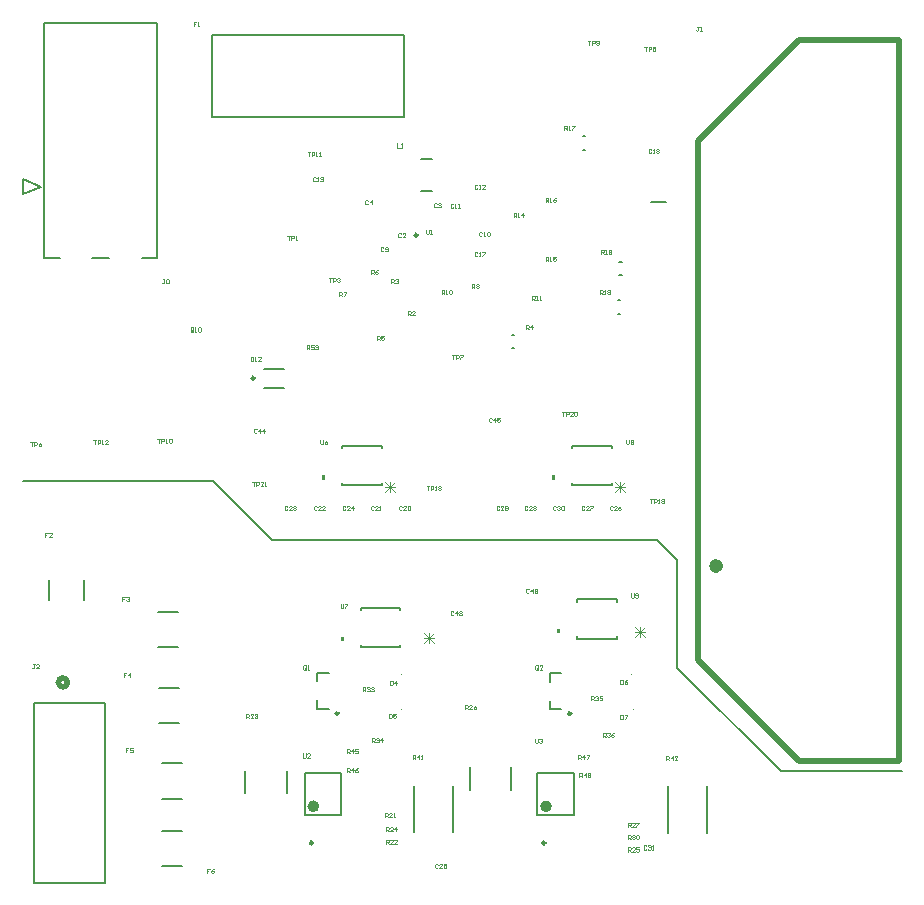
<source format=gto>
G04*
G04 #@! TF.GenerationSoftware,Altium Limited,Altium Designer,20.2.6 (244)*
G04*
G04 Layer_Color=65535*
%FSLAX43Y43*%
%MOMM*%
G71*
G04*
G04 #@! TF.SameCoordinates,3580E7C3-C250-4552-B6DC-246D25037568*
G04*
G04*
G04 #@! TF.FilePolarity,Positive*
G04*
G01*
G75*
%ADD10C,0.500*%
%ADD11C,0.250*%
%ADD12C,0.600*%
%ADD13C,0.254*%
%ADD14C,0.100*%
%ADD15C,0.508*%
%ADD16C,0.152*%
%ADD17C,0.200*%
%ADD18C,0.127*%
%ADD19C,0.050*%
%ADD20C,0.076*%
G36*
X27469Y21409D02*
X27215D01*
Y21790D01*
X27469D01*
Y21409D01*
D02*
G37*
G36*
X25869Y35109D02*
X25615D01*
Y35490D01*
X25869D01*
Y35109D01*
D02*
G37*
G36*
X45769Y22109D02*
X45515D01*
Y22490D01*
X45769D01*
Y22109D01*
D02*
G37*
G36*
X45369Y35109D02*
X45115D01*
Y35490D01*
X45369D01*
Y35109D01*
D02*
G37*
D10*
X44850Y7450D02*
G03*
X44850Y7450I-250J0D01*
G01*
X25154D02*
G03*
X25154Y7450I-250J0D01*
G01*
X74500Y11300D02*
Y72300D01*
X57500Y19800D02*
X66000Y11300D01*
X74500D01*
X57500Y19800D02*
Y63800D01*
X66000Y72300D01*
X74500D01*
D11*
X44550Y4350D02*
G03*
X44550Y4350I-125J0D01*
G01*
X24854D02*
G03*
X24854Y4350I-125J0D01*
G01*
X19925Y43700D02*
G03*
X19925Y43700I-125J0D01*
G01*
X46725Y15300D02*
G03*
X46725Y15300I-125J0D01*
G01*
X27029Y15325D02*
G03*
X27029Y15325I-125J0D01*
G01*
D12*
X59300Y27800D02*
G03*
X59300Y27800I-300J0D01*
G01*
D13*
X33727Y55800D02*
G03*
X33727Y55800I-127J0D01*
G01*
D14*
X51900Y18650D02*
G03*
X51900Y18650I-50J0D01*
G01*
X52000Y15650D02*
G03*
X52000Y15650I-50J0D01*
G01*
X32400Y18650D02*
G03*
X32400Y18650I-50J0D01*
G01*
Y15650D02*
G03*
X32400Y15650I-50J0D01*
G01*
D15*
X4081Y17936D02*
G03*
X4081Y17936I-381J0D01*
G01*
D16*
X16325Y65809D02*
Y72794D01*
X32581Y65809D02*
Y72794D01*
X16325Y65809D02*
X32581D01*
X16325Y72794D02*
X32581D01*
X32276Y24073D02*
Y24276D01*
Y20924D02*
Y21127D01*
X28924Y20924D02*
X32276D01*
X28924Y24073D02*
Y24276D01*
X32276D01*
X28924Y20924D02*
Y21127D01*
X50576Y24773D02*
Y24976D01*
Y21624D02*
Y21827D01*
X47224Y21624D02*
X50576D01*
X47224Y24773D02*
Y24976D01*
X50576D01*
X47224Y21624D02*
Y21827D01*
X30676Y37773D02*
Y37976D01*
Y34624D02*
Y34827D01*
X27324Y34624D02*
X30676D01*
X27324Y37773D02*
Y37976D01*
X30676D01*
X27324Y34624D02*
Y34827D01*
X50176Y37773D02*
Y37976D01*
Y34624D02*
Y34827D01*
X46824Y34624D02*
X50176D01*
X46824Y37773D02*
Y37976D01*
X50176D01*
X46824Y34624D02*
Y34827D01*
X1233Y994D02*
Y16158D01*
Y994D02*
X7227D01*
Y16158D01*
X1233D02*
X7227D01*
D17*
X43850Y6700D02*
X46950D01*
Y10300D01*
X43850D02*
X46950D01*
X43850Y6700D02*
Y10300D01*
X24154Y6700D02*
X27254D01*
Y10300D01*
X24154D02*
X27254D01*
X24154Y6700D02*
Y10300D01*
X20750Y44500D02*
X22450D01*
X20750Y42900D02*
X22450D01*
X47700Y64175D02*
X47900D01*
X47700Y63025D02*
X47900D01*
X12050Y5400D02*
X13750D01*
X12050Y2400D02*
X13750D01*
X19125Y8550D02*
Y10450D01*
X22675Y8550D02*
Y10450D01*
X44900Y18000D02*
Y18700D01*
X45900D01*
X44900Y15700D02*
Y16400D01*
Y15700D02*
X45900D01*
X25204Y18025D02*
Y18725D01*
X26204D01*
X25204Y15725D02*
Y16425D01*
Y15725D02*
X26204D01*
X50800Y52425D02*
X51000D01*
X50800Y53575D02*
X51000D01*
X50700Y50275D02*
X50900D01*
X50700Y49125D02*
X50900D01*
X41700Y47375D02*
X41900D01*
X41700Y46225D02*
X41900D01*
X34050Y62275D02*
X34950D01*
X34050Y59525D02*
X34950D01*
X41675Y8850D02*
Y10750D01*
X38125Y8850D02*
Y10750D01*
X58250Y5194D02*
Y9141D01*
X54950Y5194D02*
Y9141D01*
X33454Y5252D02*
Y9198D01*
X36754Y5252D02*
Y9198D01*
X12050Y8100D02*
X13750D01*
X12050Y11100D02*
X13750D01*
X11750Y23900D02*
X13450D01*
X11750Y20900D02*
X13450D01*
X53450Y58600D02*
X54750D01*
X5500Y24950D02*
Y26650D01*
X2500Y24950D02*
Y26650D01*
X11850Y14500D02*
X13550D01*
X11850Y17500D02*
X13550D01*
D18*
X322Y59265D02*
X1846Y59900D01*
X322Y59265D02*
Y60535D01*
X1846Y59900D01*
X10369Y53865D02*
X11700D01*
Y73800D01*
X2100D02*
X11700D01*
X2100Y53865D02*
Y73800D01*
Y53865D02*
X3431D01*
X6169D02*
X7631D01*
X300Y35000D02*
X16400Y35000D01*
X21400Y30000D01*
X54000D01*
X55700Y28300D01*
Y19200D02*
Y28300D01*
Y19200D02*
X64500Y10400D01*
X74700D01*
D19*
X51533Y5725D02*
Y6075D01*
X51708D01*
X51767Y6017D01*
Y5900D01*
X51708Y5842D01*
X51533D01*
X51650D02*
X51767Y5725D01*
X52117D02*
X51883D01*
X52117Y5958D01*
Y6017D01*
X52058Y6075D01*
X51942D01*
X51883Y6017D01*
X52233Y6075D02*
X52467D01*
Y6017D01*
X52233Y5783D01*
Y5725D01*
X51533Y3621D02*
Y3971D01*
X51708D01*
X51767Y3913D01*
Y3796D01*
X51708Y3738D01*
X51533D01*
X51650D02*
X51767Y3621D01*
X52117D02*
X51883D01*
X52117Y3855D01*
Y3913D01*
X52058Y3971D01*
X51942D01*
X51883Y3913D01*
X52467Y3971D02*
X52233D01*
Y3796D01*
X52350Y3855D01*
X52408D01*
X52467Y3796D01*
Y3680D01*
X52408Y3621D01*
X52292D01*
X52233Y3680D01*
X51533Y4673D02*
Y5023D01*
X51708D01*
X51767Y4965D01*
Y4848D01*
X51708Y4790D01*
X51533D01*
X51650D02*
X51767Y4673D01*
X51883Y4965D02*
X51942Y5023D01*
X52058D01*
X52117Y4965D01*
Y4906D01*
X52058Y4848D01*
X52000D01*
X52058D01*
X52117Y4790D01*
Y4732D01*
X52058Y4673D01*
X51942D01*
X51883Y4732D01*
X52233Y4965D02*
X52292Y5023D01*
X52408D01*
X52467Y4965D01*
Y4732D01*
X52408Y4673D01*
X52292D01*
X52233Y4732D01*
Y4965D01*
X31033Y5325D02*
Y5675D01*
X31208D01*
X31267Y5617D01*
Y5500D01*
X31208Y5442D01*
X31033D01*
X31150D02*
X31267Y5325D01*
X31617D02*
X31383D01*
X31617Y5558D01*
Y5617D01*
X31558Y5675D01*
X31442D01*
X31383Y5617D01*
X31908Y5325D02*
Y5675D01*
X31733Y5500D01*
X31967D01*
X29542Y58717D02*
X29483Y58775D01*
X29367D01*
X29308Y58717D01*
Y58483D01*
X29367Y58425D01*
X29483D01*
X29542Y58483D01*
X29833Y58425D02*
Y58775D01*
X29658Y58600D01*
X29892D01*
X15000Y73879D02*
X14767D01*
Y73704D01*
X14883D01*
X14767D01*
Y73529D01*
X15117D02*
X15233D01*
X15175D01*
Y73879D01*
X15117Y73820D01*
X11688Y38575D02*
X11921D01*
X11804D01*
Y38225D01*
X12038D02*
Y38575D01*
X12213D01*
X12271Y38517D01*
Y38400D01*
X12213Y38342D01*
X12038D01*
X12387Y38225D02*
X12504D01*
X12446D01*
Y38575D01*
X12387Y38517D01*
X12679D02*
X12737Y38575D01*
X12854D01*
X12912Y38517D01*
Y38283D01*
X12854Y38225D01*
X12737D01*
X12679Y38283D01*
Y38517D01*
X24335Y46126D02*
Y46476D01*
X24510D01*
X24568Y46418D01*
Y46301D01*
X24510Y46243D01*
X24335D01*
X24451D02*
X24568Y46126D01*
X24918Y46476D02*
X24685D01*
Y46301D01*
X24801Y46360D01*
X24860D01*
X24918Y46301D01*
Y46185D01*
X24860Y46126D01*
X24743D01*
X24685Y46185D01*
X25035Y46418D02*
X25093Y46476D01*
X25210D01*
X25268Y46418D01*
Y46360D01*
X25210Y46301D01*
X25151D01*
X25210D01*
X25268Y46243D01*
Y46185D01*
X25210Y46126D01*
X25093D01*
X25035Y46185D01*
X14747Y47701D02*
Y47934D01*
X14689Y47993D01*
X14573D01*
X14514Y47934D01*
Y47701D01*
X14573Y47643D01*
X14689D01*
X14631Y47759D02*
X14747Y47643D01*
X14689D02*
X14747Y47701D01*
X14864Y47643D02*
X14981D01*
X14922D01*
Y47993D01*
X14864Y47934D01*
X15156D02*
X15214Y47993D01*
X15331D01*
X15389Y47934D01*
Y47701D01*
X15331Y47643D01*
X15214D01*
X15156Y47701D01*
Y47934D01*
X19587Y45519D02*
Y45169D01*
X19762D01*
X19821Y45227D01*
Y45461D01*
X19762Y45519D01*
X19587D01*
X19937Y45169D02*
X20054D01*
X19996D01*
Y45519D01*
X19937Y45461D01*
X20462Y45169D02*
X20229D01*
X20462Y45402D01*
Y45461D01*
X20404Y45519D01*
X20287D01*
X20229Y45461D01*
X47433Y9925D02*
Y10275D01*
X47608D01*
X47667Y10217D01*
Y10100D01*
X47608Y10042D01*
X47433D01*
X47550D02*
X47667Y9925D01*
X47958D02*
Y10275D01*
X47783Y10100D01*
X48017D01*
X48133Y10217D02*
X48192Y10275D01*
X48308D01*
X48367Y10217D01*
Y10158D01*
X48308Y10100D01*
X48367Y10042D01*
Y9983D01*
X48308Y9925D01*
X48192D01*
X48133Y9983D01*
Y10042D01*
X48192Y10100D01*
X48133Y10158D01*
Y10217D01*
X48192Y10100D02*
X48308D01*
X47333Y11425D02*
Y11775D01*
X47508D01*
X47567Y11717D01*
Y11600D01*
X47508Y11542D01*
X47333D01*
X47450D02*
X47567Y11425D01*
X47858D02*
Y11775D01*
X47683Y11600D01*
X47917D01*
X48033Y11775D02*
X48267D01*
Y11717D01*
X48033Y11483D01*
Y11425D01*
X27733Y10325D02*
Y10675D01*
X27908D01*
X27967Y10617D01*
Y10500D01*
X27908Y10442D01*
X27733D01*
X27850D02*
X27967Y10325D01*
X28258D02*
Y10675D01*
X28083Y10500D01*
X28317D01*
X28667Y10675D02*
X28550Y10617D01*
X28433Y10500D01*
Y10383D01*
X28492Y10325D01*
X28608D01*
X28667Y10383D01*
Y10442D01*
X28608Y10500D01*
X28433D01*
X27733Y11925D02*
Y12275D01*
X27908D01*
X27967Y12217D01*
Y12100D01*
X27908Y12042D01*
X27733D01*
X27850D02*
X27967Y11925D01*
X28258D02*
Y12275D01*
X28083Y12100D01*
X28317D01*
X28667Y12275D02*
X28433D01*
Y12100D01*
X28550Y12158D01*
X28608D01*
X28667Y12100D01*
Y11983D01*
X28608Y11925D01*
X28492D01*
X28433Y11983D01*
X43167Y25817D02*
X43108Y25875D01*
X42992D01*
X42933Y25817D01*
Y25583D01*
X42992Y25525D01*
X43108D01*
X43167Y25583D01*
X43458Y25525D02*
Y25875D01*
X43283Y25700D01*
X43517D01*
X43633Y25583D02*
X43692Y25525D01*
X43808D01*
X43867Y25583D01*
Y25817D01*
X43808Y25875D01*
X43692D01*
X43633Y25817D01*
Y25758D01*
X43692Y25700D01*
X43867D01*
X36767Y23917D02*
X36708Y23975D01*
X36592D01*
X36533Y23917D01*
Y23683D01*
X36592Y23625D01*
X36708D01*
X36767Y23683D01*
X37058Y23625D02*
Y23975D01*
X36883Y23800D01*
X37117D01*
X37233Y23917D02*
X37292Y23975D01*
X37408D01*
X37467Y23917D01*
Y23858D01*
X37408Y23800D01*
X37467Y23742D01*
Y23683D01*
X37408Y23625D01*
X37292D01*
X37233Y23683D01*
Y23742D01*
X37292Y23800D01*
X37233Y23858D01*
Y23917D01*
X37292Y23800D02*
X37408D01*
X34467Y56275D02*
Y55983D01*
X34525Y55925D01*
X34642D01*
X34700Y55983D01*
Y56275D01*
X34817Y55925D02*
X34933D01*
X34875D01*
Y56275D01*
X34817Y56217D01*
X12300Y52075D02*
X12184D01*
X12242D01*
Y51783D01*
X12184Y51725D01*
X12125D01*
X12067Y51783D01*
X12417Y52017D02*
X12475Y52075D01*
X12592D01*
X12650Y52017D01*
Y51783D01*
X12592Y51725D01*
X12475D01*
X12417Y51783D01*
Y52017D01*
X57536Y73451D02*
X57419D01*
X57477D01*
Y73160D01*
X57419Y73101D01*
X57361D01*
X57302Y73160D01*
X57652Y73101D02*
X57769D01*
X57711D01*
Y73451D01*
X57652Y73393D01*
X1300Y19478D02*
X1184D01*
X1242D01*
Y19186D01*
X1184Y19128D01*
X1125D01*
X1067Y19186D01*
X1650Y19128D02*
X1417D01*
X1650Y19361D01*
Y19420D01*
X1592Y19478D01*
X1475D01*
X1417Y19420D01*
X19733Y34925D02*
X19966D01*
X19849D01*
Y34575D01*
X20082D02*
Y34925D01*
X20257D01*
X20316Y34867D01*
Y34750D01*
X20257Y34692D01*
X20082D01*
X20666Y34575D02*
X20432D01*
X20666Y34808D01*
Y34867D01*
X20607Y34925D01*
X20491D01*
X20432Y34867D01*
X20782Y34575D02*
X20899D01*
X20841D01*
Y34925D01*
X20782Y34867D01*
X45959Y40875D02*
X46192D01*
X46075D01*
Y40525D01*
X46308D02*
Y40875D01*
X46483D01*
X46542Y40817D01*
Y40700D01*
X46483Y40642D01*
X46308D01*
X46892Y40525D02*
X46658D01*
X46892Y40758D01*
Y40817D01*
X46833Y40875D01*
X46717D01*
X46658Y40817D01*
X47008D02*
X47067Y40875D01*
X47183D01*
X47241Y40817D01*
Y40583D01*
X47183Y40525D01*
X47067D01*
X47008Y40583D01*
Y40817D01*
X53388Y33475D02*
X53621D01*
X53504D01*
Y33125D01*
X53738D02*
Y33475D01*
X53913D01*
X53971Y33417D01*
Y33300D01*
X53913Y33242D01*
X53738D01*
X54087Y33125D02*
X54204D01*
X54146D01*
Y33475D01*
X54087Y33417D01*
X54379Y33183D02*
X54437Y33125D01*
X54554D01*
X54612Y33183D01*
Y33417D01*
X54554Y33475D01*
X54437D01*
X54379Y33417D01*
Y33358D01*
X54437Y33300D01*
X54612D01*
X34488Y34575D02*
X34721D01*
X34604D01*
Y34225D01*
X34838D02*
Y34575D01*
X35013D01*
X35071Y34517D01*
Y34400D01*
X35013Y34342D01*
X34838D01*
X35187Y34225D02*
X35304D01*
X35246D01*
Y34575D01*
X35187Y34517D01*
X35479D02*
X35537Y34575D01*
X35654D01*
X35712Y34517D01*
Y34458D01*
X35654Y34400D01*
X35712Y34342D01*
Y34283D01*
X35654Y34225D01*
X35537D01*
X35479Y34283D01*
Y34342D01*
X35537Y34400D01*
X35479Y34458D01*
Y34517D01*
X35537Y34400D02*
X35654D01*
X6288Y38475D02*
X6521D01*
X6404D01*
Y38125D01*
X6638D02*
Y38475D01*
X6813D01*
X6871Y38417D01*
Y38300D01*
X6813Y38242D01*
X6638D01*
X6987Y38125D02*
X7104D01*
X7046D01*
Y38475D01*
X6987Y38417D01*
X7512Y38125D02*
X7279D01*
X7512Y38358D01*
Y38417D01*
X7454Y38475D01*
X7337D01*
X7279Y38417D01*
X24408Y62852D02*
X24641D01*
X24525D01*
Y62502D01*
X24758D02*
Y62852D01*
X24933D01*
X24991Y62793D01*
Y62677D01*
X24933Y62618D01*
X24758D01*
X25108Y62502D02*
X25224D01*
X25166D01*
Y62852D01*
X25108Y62793D01*
X25399Y62502D02*
X25516D01*
X25458D01*
Y62852D01*
X25399Y62793D01*
X48133Y72275D02*
X48367D01*
X48250D01*
Y71925D01*
X48483D02*
Y72275D01*
X48658D01*
X48717Y72217D01*
Y72100D01*
X48658Y72042D01*
X48483D01*
X48833Y71983D02*
X48892Y71925D01*
X49008D01*
X49067Y71983D01*
Y72217D01*
X49008Y72275D01*
X48892D01*
X48833Y72217D01*
Y72158D01*
X48892Y72100D01*
X49067D01*
X36633Y45675D02*
X36867D01*
X36750D01*
Y45325D01*
X36983D02*
Y45675D01*
X37158D01*
X37217Y45617D01*
Y45500D01*
X37158Y45442D01*
X36983D01*
X37333Y45675D02*
X37567D01*
Y45617D01*
X37333Y45383D01*
Y45325D01*
X933Y38275D02*
X1167D01*
X1050D01*
Y37925D01*
X1283D02*
Y38275D01*
X1458D01*
X1517Y38217D01*
Y38100D01*
X1458Y38042D01*
X1283D01*
X1867Y38275D02*
X1750Y38217D01*
X1633Y38100D01*
Y37983D01*
X1692Y37925D01*
X1808D01*
X1867Y37983D01*
Y38042D01*
X1808Y38100D01*
X1633D01*
X52933Y71775D02*
X53167D01*
X53050D01*
Y71425D01*
X53283D02*
Y71775D01*
X53458D01*
X53517Y71717D01*
Y71600D01*
X53458Y71542D01*
X53283D01*
X53867Y71775D02*
X53633D01*
Y71600D01*
X53750Y71658D01*
X53808D01*
X53867Y71600D01*
Y71483D01*
X53808Y71425D01*
X53692D01*
X53633Y71483D01*
X26233Y52175D02*
X26467D01*
X26350D01*
Y51825D01*
X26583D02*
Y52175D01*
X26758D01*
X26817Y52117D01*
Y52000D01*
X26758Y51942D01*
X26583D01*
X26933Y52117D02*
X26992Y52175D01*
X27108D01*
X27167Y52117D01*
Y52058D01*
X27108Y52000D01*
X27050D01*
X27108D01*
X27167Y51942D01*
Y51883D01*
X27108Y51825D01*
X26992D01*
X26933Y51883D01*
X22692Y55775D02*
X22925D01*
X22808D01*
Y55425D01*
X23042D02*
Y55775D01*
X23217D01*
X23275Y55717D01*
Y55600D01*
X23217Y55542D01*
X23042D01*
X23392Y55425D02*
X23508D01*
X23450D01*
Y55775D01*
X23392Y55717D01*
X54793Y11350D02*
Y11700D01*
X54968D01*
X55026Y11642D01*
Y11525D01*
X54968Y11467D01*
X54793D01*
X54909D02*
X55026Y11350D01*
X55317D02*
Y11700D01*
X55142Y11525D01*
X55376D01*
X55726Y11350D02*
X55492D01*
X55726Y11583D01*
Y11642D01*
X55667Y11700D01*
X55551D01*
X55492Y11642D01*
X33301Y11423D02*
Y11773D01*
X33476D01*
X33535Y11715D01*
Y11598D01*
X33476Y11540D01*
X33301D01*
X33418D02*
X33535Y11423D01*
X33826D02*
Y11773D01*
X33651Y11598D01*
X33885D01*
X34001Y11423D02*
X34118D01*
X34060D01*
Y11773D01*
X34001Y11715D01*
X49433Y13325D02*
Y13675D01*
X49608D01*
X49667Y13617D01*
Y13500D01*
X49608Y13442D01*
X49433D01*
X49550D02*
X49667Y13325D01*
X49783Y13617D02*
X49842Y13675D01*
X49958D01*
X50017Y13617D01*
Y13558D01*
X49958Y13500D01*
X49900D01*
X49958D01*
X50017Y13442D01*
Y13383D01*
X49958Y13325D01*
X49842D01*
X49783Y13383D01*
X50367Y13675D02*
X50250Y13617D01*
X50133Y13500D01*
Y13383D01*
X50192Y13325D01*
X50308D01*
X50367Y13383D01*
Y13442D01*
X50308Y13500D01*
X50133D01*
X48433Y16425D02*
Y16775D01*
X48608D01*
X48667Y16717D01*
Y16600D01*
X48608Y16542D01*
X48433D01*
X48550D02*
X48667Y16425D01*
X48783Y16717D02*
X48842Y16775D01*
X48958D01*
X49017Y16717D01*
Y16658D01*
X48958Y16600D01*
X48900D01*
X48958D01*
X49017Y16542D01*
Y16483D01*
X48958Y16425D01*
X48842D01*
X48783Y16483D01*
X49367Y16775D02*
X49133D01*
Y16600D01*
X49250Y16658D01*
X49308D01*
X49367Y16600D01*
Y16483D01*
X49308Y16425D01*
X49192D01*
X49133Y16483D01*
X29868Y12872D02*
Y13221D01*
X30042D01*
X30101Y13163D01*
Y13047D01*
X30042Y12988D01*
X29868D01*
X29984D02*
X30101Y12872D01*
X30217Y13163D02*
X30276Y13221D01*
X30392D01*
X30451Y13163D01*
Y13105D01*
X30392Y13047D01*
X30334D01*
X30392D01*
X30451Y12988D01*
Y12930D01*
X30392Y12872D01*
X30276D01*
X30217Y12930D01*
X30742Y12872D02*
Y13221D01*
X30567Y13047D01*
X30801D01*
X29077Y17192D02*
Y17542D01*
X29252D01*
X29310Y17484D01*
Y17367D01*
X29252Y17309D01*
X29077D01*
X29193D02*
X29310Y17192D01*
X29427Y17484D02*
X29485Y17542D01*
X29602D01*
X29660Y17484D01*
Y17426D01*
X29602Y17367D01*
X29543D01*
X29602D01*
X29660Y17309D01*
Y17251D01*
X29602Y17192D01*
X29485D01*
X29427Y17251D01*
X29777Y17484D02*
X29835Y17542D01*
X29952D01*
X30010Y17484D01*
Y17426D01*
X29952Y17367D01*
X29893D01*
X29952D01*
X30010Y17309D01*
Y17251D01*
X29952Y17192D01*
X29835D01*
X29777Y17251D01*
X40006Y40271D02*
X39948Y40329D01*
X39831D01*
X39773Y40271D01*
Y40038D01*
X39831Y39979D01*
X39948D01*
X40006Y40038D01*
X40298Y39979D02*
Y40329D01*
X40123Y40154D01*
X40356D01*
X40706Y40329D02*
X40473D01*
Y40154D01*
X40589Y40213D01*
X40648D01*
X40706Y40154D01*
Y40038D01*
X40648Y39979D01*
X40531D01*
X40473Y40038D01*
X20106Y39371D02*
X20048Y39429D01*
X19931D01*
X19873Y39371D01*
Y39138D01*
X19931Y39079D01*
X20048D01*
X20106Y39138D01*
X20398Y39079D02*
Y39429D01*
X20223Y39254D01*
X20456D01*
X20748Y39079D02*
Y39429D01*
X20573Y39254D01*
X20806D01*
X42908Y47825D02*
Y48175D01*
X43083D01*
X43142Y48117D01*
Y48000D01*
X43083Y47942D01*
X42908D01*
X43025D02*
X43142Y47825D01*
X43433D02*
Y48175D01*
X43258Y48000D01*
X43492D01*
X51808Y25475D02*
Y25183D01*
X51867Y25125D01*
X51983D01*
X52042Y25183D01*
Y25475D01*
X52158Y25183D02*
X52217Y25125D01*
X52333D01*
X52392Y25183D01*
Y25417D01*
X52333Y25475D01*
X52217D01*
X52158Y25417D01*
Y25358D01*
X52217Y25300D01*
X52392D01*
X51408Y38475D02*
Y38183D01*
X51467Y38125D01*
X51583D01*
X51642Y38183D01*
Y38475D01*
X51758Y38417D02*
X51817Y38475D01*
X51933D01*
X51992Y38417D01*
Y38358D01*
X51933Y38300D01*
X51992Y38242D01*
Y38183D01*
X51933Y38125D01*
X51817D01*
X51758Y38183D01*
Y38242D01*
X51817Y38300D01*
X51758Y38358D01*
Y38417D01*
X51817Y38300D02*
X51933D01*
X27208Y24575D02*
Y24283D01*
X27267Y24225D01*
X27383D01*
X27442Y24283D01*
Y24575D01*
X27558D02*
X27792D01*
Y24517D01*
X27558Y24283D01*
Y24225D01*
X25508Y38475D02*
Y38183D01*
X25567Y38125D01*
X25683D01*
X25742Y38183D01*
Y38475D01*
X26092D02*
X25975Y38417D01*
X25858Y38300D01*
Y38183D01*
X25917Y38125D01*
X26033D01*
X26092Y38183D01*
Y38242D01*
X26033Y38300D01*
X25858D01*
X43688Y13177D02*
Y12885D01*
X43746Y12827D01*
X43863D01*
X43921Y12885D01*
Y13177D01*
X44038Y13119D02*
X44096Y13177D01*
X44213D01*
X44271Y13119D01*
Y13060D01*
X44213Y13002D01*
X44155D01*
X44213D01*
X44271Y12944D01*
Y12885D01*
X44213Y12827D01*
X44096D01*
X44038Y12885D01*
X24007Y11927D02*
Y11636D01*
X24065Y11577D01*
X24182D01*
X24240Y11636D01*
Y11927D01*
X24590Y11577D02*
X24357D01*
X24590Y11811D01*
Y11869D01*
X24532Y11927D01*
X24415D01*
X24357Y11869D01*
X37768Y15677D02*
Y16027D01*
X37943D01*
X38001Y15968D01*
Y15852D01*
X37943Y15793D01*
X37768D01*
X37884D02*
X38001Y15677D01*
X38351D02*
X38118D01*
X38351Y15910D01*
Y15968D01*
X38293Y16027D01*
X38176D01*
X38118Y15968D01*
X38701Y16027D02*
X38584Y15968D01*
X38468Y15852D01*
Y15735D01*
X38526Y15677D01*
X38643D01*
X38701Y15735D01*
Y15793D01*
X38643Y15852D01*
X38468D01*
X19233Y14925D02*
Y15275D01*
X19408D01*
X19467Y15217D01*
Y15100D01*
X19408Y15042D01*
X19233D01*
X19350D02*
X19467Y14925D01*
X19817D02*
X19583D01*
X19817Y15158D01*
Y15217D01*
X19758Y15275D01*
X19642D01*
X19583Y15217D01*
X19933D02*
X19992Y15275D01*
X20108D01*
X20167Y15217D01*
Y15158D01*
X20108Y15100D01*
X20050D01*
X20108D01*
X20167Y15042D01*
Y14983D01*
X20108Y14925D01*
X19992D01*
X19933Y14983D01*
X31033Y4273D02*
Y4623D01*
X31208D01*
X31267Y4565D01*
Y4448D01*
X31208Y4390D01*
X31033D01*
X31150D02*
X31267Y4273D01*
X31617D02*
X31383D01*
X31617Y4506D01*
Y4565D01*
X31558Y4623D01*
X31442D01*
X31383Y4565D01*
X31967Y4273D02*
X31733D01*
X31967Y4506D01*
Y4565D01*
X31908Y4623D01*
X31792D01*
X31733Y4565D01*
X30992Y6525D02*
Y6875D01*
X31167D01*
X31225Y6817D01*
Y6700D01*
X31167Y6642D01*
X30992D01*
X31108D02*
X31225Y6525D01*
X31575D02*
X31342D01*
X31575Y6758D01*
Y6817D01*
X31517Y6875D01*
X31400D01*
X31342Y6817D01*
X31692Y6525D02*
X31808D01*
X31750D01*
Y6875D01*
X31692Y6817D01*
X49263Y54225D02*
Y54575D01*
X49438D01*
X49496Y54517D01*
Y54400D01*
X49438Y54342D01*
X49263D01*
X49379D02*
X49496Y54225D01*
X49613D02*
X49729D01*
X49671D01*
Y54575D01*
X49613Y54517D01*
X49904Y54283D02*
X49962Y54225D01*
X50079D01*
X50137Y54283D01*
Y54517D01*
X50079Y54575D01*
X49962D01*
X49904Y54517D01*
Y54458D01*
X49962Y54400D01*
X50137D01*
X49163Y50825D02*
Y51175D01*
X49338D01*
X49396Y51117D01*
Y51000D01*
X49338Y50942D01*
X49163D01*
X49279D02*
X49396Y50825D01*
X49513D02*
X49629D01*
X49571D01*
Y51175D01*
X49513Y51117D01*
X49804D02*
X49862Y51175D01*
X49979D01*
X50037Y51117D01*
Y51058D01*
X49979Y51000D01*
X50037Y50942D01*
Y50883D01*
X49979Y50825D01*
X49862D01*
X49804Y50883D01*
Y50942D01*
X49862Y51000D01*
X49804Y51058D01*
Y51117D01*
X49862Y51000D02*
X49979D01*
X46163Y64725D02*
Y65075D01*
X46338D01*
X46396Y65017D01*
Y64900D01*
X46338Y64842D01*
X46163D01*
X46279D02*
X46396Y64725D01*
X46513D02*
X46629D01*
X46571D01*
Y65075D01*
X46513Y65017D01*
X46804Y65075D02*
X47037D01*
Y65017D01*
X46804Y64783D01*
Y64725D01*
X44563Y58625D02*
Y58975D01*
X44738D01*
X44796Y58917D01*
Y58800D01*
X44738Y58742D01*
X44563D01*
X44679D02*
X44796Y58625D01*
X44913D02*
X45029D01*
X44971D01*
Y58975D01*
X44913Y58917D01*
X45437Y58975D02*
X45321Y58917D01*
X45204Y58800D01*
Y58683D01*
X45262Y58625D01*
X45379D01*
X45437Y58683D01*
Y58742D01*
X45379Y58800D01*
X45204D01*
X44563Y53625D02*
Y53975D01*
X44738D01*
X44796Y53917D01*
Y53800D01*
X44738Y53742D01*
X44563D01*
X44679D02*
X44796Y53625D01*
X44913D02*
X45029D01*
X44971D01*
Y53975D01*
X44913Y53917D01*
X45437Y53975D02*
X45204D01*
Y53800D01*
X45321Y53858D01*
X45379D01*
X45437Y53800D01*
Y53683D01*
X45379Y53625D01*
X45262D01*
X45204Y53683D01*
X41863Y57325D02*
Y57675D01*
X42038D01*
X42096Y57617D01*
Y57500D01*
X42038Y57442D01*
X41863D01*
X41979D02*
X42096Y57325D01*
X42213D02*
X42329D01*
X42271D01*
Y57675D01*
X42213Y57617D01*
X42679Y57325D02*
Y57675D01*
X42504Y57500D01*
X42737D01*
X43421Y50325D02*
Y50675D01*
X43596D01*
X43654Y50617D01*
Y50500D01*
X43596Y50442D01*
X43421D01*
X43538D02*
X43654Y50325D01*
X43771D02*
X43887D01*
X43829D01*
Y50675D01*
X43771Y50617D01*
X44062Y50325D02*
X44179D01*
X44121D01*
Y50675D01*
X44062Y50617D01*
X35763Y50825D02*
Y51175D01*
X35938D01*
X35996Y51117D01*
Y51000D01*
X35938Y50942D01*
X35763D01*
X35879D02*
X35996Y50825D01*
X36113D02*
X36229D01*
X36171D01*
Y51175D01*
X36113Y51117D01*
X36404D02*
X36462Y51175D01*
X36579D01*
X36637Y51117D01*
Y50883D01*
X36579Y50825D01*
X36462D01*
X36404Y50883D01*
Y51117D01*
X38308Y51325D02*
Y51675D01*
X38483D01*
X38542Y51617D01*
Y51500D01*
X38483Y51442D01*
X38308D01*
X38425D02*
X38542Y51325D01*
X38658Y51617D02*
X38717Y51675D01*
X38833D01*
X38892Y51617D01*
Y51558D01*
X38833Y51500D01*
X38892Y51442D01*
Y51383D01*
X38833Y51325D01*
X38717D01*
X38658Y51383D01*
Y51442D01*
X38717Y51500D01*
X38658Y51558D01*
Y51617D01*
X38717Y51500D02*
X38833D01*
X27108Y50625D02*
Y50975D01*
X27283D01*
X27342Y50917D01*
Y50800D01*
X27283Y50742D01*
X27108D01*
X27225D02*
X27342Y50625D01*
X27458Y50975D02*
X27692D01*
Y50917D01*
X27458Y50683D01*
Y50625D01*
X29808Y52525D02*
Y52875D01*
X29983D01*
X30042Y52817D01*
Y52700D01*
X29983Y52642D01*
X29808D01*
X29925D02*
X30042Y52525D01*
X30392Y52875D02*
X30275Y52817D01*
X30158Y52700D01*
Y52583D01*
X30217Y52525D01*
X30333D01*
X30392Y52583D01*
Y52642D01*
X30333Y52700D01*
X30158D01*
X30313Y46925D02*
Y47275D01*
X30488D01*
X30546Y47217D01*
Y47100D01*
X30488Y47042D01*
X30313D01*
X30429D02*
X30546Y46925D01*
X30896Y47275D02*
X30663D01*
Y47100D01*
X30779Y47158D01*
X30838D01*
X30896Y47100D01*
Y46983D01*
X30838Y46925D01*
X30721D01*
X30663Y46983D01*
X31508Y51725D02*
Y52075D01*
X31683D01*
X31742Y52017D01*
Y51900D01*
X31683Y51842D01*
X31508D01*
X31625D02*
X31742Y51725D01*
X31858Y52017D02*
X31917Y52075D01*
X32033D01*
X32092Y52017D01*
Y51958D01*
X32033Y51900D01*
X31975D01*
X32033D01*
X32092Y51842D01*
Y51783D01*
X32033Y51725D01*
X31917D01*
X31858Y51783D01*
X32908Y49025D02*
Y49375D01*
X33083D01*
X33142Y49317D01*
Y49200D01*
X33083Y49142D01*
X32908D01*
X33025D02*
X33142Y49025D01*
X33492D02*
X33258D01*
X33492Y49258D01*
Y49317D01*
X33433Y49375D01*
X33317D01*
X33258Y49317D01*
X43942Y19083D02*
Y19317D01*
X43883Y19375D01*
X43767D01*
X43708Y19317D01*
Y19083D01*
X43767Y19025D01*
X43883D01*
X43825Y19142D02*
X43942Y19025D01*
X43883D02*
X43942Y19083D01*
X44292Y19025D02*
X44058D01*
X44292Y19258D01*
Y19317D01*
X44233Y19375D01*
X44117D01*
X44058Y19317D01*
X24300Y19083D02*
Y19317D01*
X24242Y19375D01*
X24125D01*
X24067Y19317D01*
Y19083D01*
X24125Y19025D01*
X24242D01*
X24183Y19142D02*
X24300Y19025D01*
X24242D02*
X24300Y19083D01*
X24417Y19025D02*
X24533D01*
X24475D01*
Y19375D01*
X24417Y19317D01*
X31975Y63574D02*
Y63225D01*
X32209D01*
X32325D02*
X32442D01*
X32384D01*
Y63574D01*
X32325Y63516D01*
X16142Y2175D02*
X15908D01*
Y2000D01*
X16025D01*
X15908D01*
Y1825D01*
X16492Y2175D02*
X16375Y2117D01*
X16258Y2000D01*
Y1883D01*
X16317Y1825D01*
X16433D01*
X16492Y1883D01*
Y1942D01*
X16433Y2000D01*
X16258D01*
X9242Y12375D02*
X9008D01*
Y12200D01*
X9125D01*
X9008D01*
Y12025D01*
X9592Y12375D02*
X9358D01*
Y12200D01*
X9475Y12258D01*
X9533D01*
X9592Y12200D01*
Y12083D01*
X9533Y12025D01*
X9417D01*
X9358Y12083D01*
X9071Y18773D02*
X8837D01*
Y18598D01*
X8954D01*
X8837D01*
Y18423D01*
X9362D02*
Y18773D01*
X9187Y18598D01*
X9421D01*
X8966Y25189D02*
X8732D01*
Y25014D01*
X8849D01*
X8732D01*
Y24839D01*
X9082Y25131D02*
X9141Y25189D01*
X9257D01*
X9315Y25131D01*
Y25073D01*
X9257Y25014D01*
X9199D01*
X9257D01*
X9315Y24956D01*
Y24898D01*
X9257Y24839D01*
X9141D01*
X9082Y24898D01*
X2403Y30627D02*
X2170D01*
Y30452D01*
X2287D01*
X2170D01*
Y30277D01*
X2753D02*
X2520D01*
X2753Y30510D01*
Y30569D01*
X2695Y30627D01*
X2578D01*
X2520Y30569D01*
X50908Y15175D02*
Y14825D01*
X51083D01*
X51142Y14883D01*
Y15117D01*
X51083Y15175D01*
X50908D01*
X51258D02*
X51492D01*
Y15117D01*
X51258Y14883D01*
Y14825D01*
X50908Y18175D02*
Y17825D01*
X51083D01*
X51142Y17883D01*
Y18117D01*
X51083Y18175D01*
X50908D01*
X51492D02*
X51375Y18117D01*
X51258Y18000D01*
Y17883D01*
X51317Y17825D01*
X51433D01*
X51492Y17883D01*
Y17942D01*
X51433Y18000D01*
X51258D01*
X31308Y15275D02*
Y14925D01*
X31483D01*
X31542Y14983D01*
Y15217D01*
X31483Y15275D01*
X31308D01*
X31892D02*
X31658D01*
Y15100D01*
X31775Y15158D01*
X31833D01*
X31892Y15100D01*
Y14983D01*
X31833Y14925D01*
X31717D01*
X31658Y14983D01*
X31408Y18075D02*
Y17725D01*
X31583D01*
X31642Y17783D01*
Y18017D01*
X31583Y18075D01*
X31408D01*
X31933Y17725D02*
Y18075D01*
X31758Y17900D01*
X31992D01*
X53100Y4081D02*
X53042Y4139D01*
X52925D01*
X52867Y4081D01*
Y3848D01*
X52925Y3790D01*
X53042D01*
X53100Y3848D01*
X53217Y4081D02*
X53275Y4139D01*
X53392D01*
X53450Y4081D01*
Y4023D01*
X53392Y3965D01*
X53333D01*
X53392D01*
X53450Y3906D01*
Y3848D01*
X53392Y3790D01*
X53275D01*
X53217Y3848D01*
X53567Y3790D02*
X53683D01*
X53625D01*
Y4139D01*
X53567Y4081D01*
X45445Y32829D02*
X45387Y32887D01*
X45270D01*
X45212Y32829D01*
Y32596D01*
X45270Y32537D01*
X45387D01*
X45445Y32596D01*
X45562Y32829D02*
X45620Y32887D01*
X45737D01*
X45795Y32829D01*
Y32771D01*
X45737Y32712D01*
X45679D01*
X45737D01*
X45795Y32654D01*
Y32596D01*
X45737Y32537D01*
X45620D01*
X45562Y32596D01*
X45912Y32829D02*
X45970Y32887D01*
X46087D01*
X46145Y32829D01*
Y32596D01*
X46087Y32537D01*
X45970D01*
X45912Y32596D01*
Y32829D01*
X40645D02*
X40586Y32887D01*
X40470D01*
X40411Y32829D01*
Y32596D01*
X40470Y32537D01*
X40586D01*
X40645Y32596D01*
X40995Y32537D02*
X40761D01*
X40995Y32771D01*
Y32829D01*
X40936Y32887D01*
X40820D01*
X40761Y32829D01*
X41111Y32596D02*
X41169Y32537D01*
X41286D01*
X41344Y32596D01*
Y32829D01*
X41286Y32887D01*
X41169D01*
X41111Y32829D01*
Y32771D01*
X41169Y32712D01*
X41344D01*
X43032Y32829D02*
X42974Y32887D01*
X42857D01*
X42799Y32829D01*
Y32596D01*
X42857Y32537D01*
X42974D01*
X43032Y32596D01*
X43382Y32537D02*
X43149D01*
X43382Y32771D01*
Y32829D01*
X43324Y32887D01*
X43207D01*
X43149Y32829D01*
X43499D02*
X43557Y32887D01*
X43674D01*
X43732Y32829D01*
Y32771D01*
X43674Y32712D01*
X43732Y32654D01*
Y32596D01*
X43674Y32537D01*
X43557D01*
X43499Y32596D01*
Y32654D01*
X43557Y32712D01*
X43499Y32771D01*
Y32829D01*
X43557Y32712D02*
X43674D01*
X47858Y32829D02*
X47800Y32887D01*
X47683D01*
X47625Y32829D01*
Y32596D01*
X47683Y32537D01*
X47800D01*
X47858Y32596D01*
X48208Y32537D02*
X47975D01*
X48208Y32771D01*
Y32829D01*
X48150Y32887D01*
X48033D01*
X47975Y32829D01*
X48325Y32887D02*
X48558D01*
Y32829D01*
X48325Y32596D01*
Y32537D01*
X50246Y32829D02*
X50188Y32887D01*
X50071D01*
X50013Y32829D01*
Y32596D01*
X50071Y32537D01*
X50188D01*
X50246Y32596D01*
X50596Y32537D02*
X50362D01*
X50596Y32771D01*
Y32829D01*
X50537Y32887D01*
X50421D01*
X50362Y32829D01*
X50946Y32887D02*
X50829Y32829D01*
X50712Y32712D01*
Y32596D01*
X50771Y32537D01*
X50887D01*
X50946Y32596D01*
Y32654D01*
X50887Y32712D01*
X50712D01*
X35467Y2517D02*
X35408Y2575D01*
X35292D01*
X35233Y2517D01*
Y2283D01*
X35292Y2225D01*
X35408D01*
X35467Y2283D01*
X35817Y2225D02*
X35583D01*
X35817Y2458D01*
Y2517D01*
X35758Y2575D01*
X35642D01*
X35583Y2517D01*
X36167Y2575D02*
X35933D01*
Y2400D01*
X36050Y2458D01*
X36108D01*
X36167Y2400D01*
Y2283D01*
X36108Y2225D01*
X35992D01*
X35933Y2283D01*
X27614Y32829D02*
X27556Y32887D01*
X27440D01*
X27381Y32829D01*
Y32596D01*
X27440Y32537D01*
X27556D01*
X27614Y32596D01*
X27964Y32537D02*
X27731D01*
X27964Y32771D01*
Y32829D01*
X27906Y32887D01*
X27789D01*
X27731Y32829D01*
X28256Y32537D02*
Y32887D01*
X28081Y32712D01*
X28314D01*
X22712Y32829D02*
X22654Y32887D01*
X22537D01*
X22479Y32829D01*
Y32596D01*
X22537Y32537D01*
X22654D01*
X22712Y32596D01*
X23062Y32537D02*
X22829D01*
X23062Y32771D01*
Y32829D01*
X23004Y32887D01*
X22887D01*
X22829Y32829D01*
X23179D02*
X23237Y32887D01*
X23354D01*
X23412Y32829D01*
Y32771D01*
X23354Y32712D01*
X23295D01*
X23354D01*
X23412Y32654D01*
Y32596D01*
X23354Y32537D01*
X23237D01*
X23179Y32596D01*
X25201Y32829D02*
X25143Y32887D01*
X25027D01*
X24968Y32829D01*
Y32596D01*
X25027Y32537D01*
X25143D01*
X25201Y32596D01*
X25551Y32537D02*
X25318D01*
X25551Y32771D01*
Y32829D01*
X25493Y32887D01*
X25376D01*
X25318Y32829D01*
X25901Y32537D02*
X25668D01*
X25901Y32771D01*
Y32829D01*
X25843Y32887D01*
X25726D01*
X25668Y32829D01*
X30002D02*
X29944Y32887D01*
X29827D01*
X29769Y32829D01*
Y32596D01*
X29827Y32537D01*
X29944D01*
X30002Y32596D01*
X30352Y32537D02*
X30119D01*
X30352Y32771D01*
Y32829D01*
X30294Y32887D01*
X30177D01*
X30119Y32829D01*
X30469Y32537D02*
X30585D01*
X30527D01*
Y32887D01*
X30469Y32829D01*
X32415D02*
X32357Y32887D01*
X32240D01*
X32182Y32829D01*
Y32596D01*
X32240Y32537D01*
X32357D01*
X32415Y32596D01*
X32765Y32537D02*
X32532D01*
X32765Y32771D01*
Y32829D01*
X32707Y32887D01*
X32590D01*
X32532Y32829D01*
X32882D02*
X32940Y32887D01*
X33057D01*
X33115Y32829D01*
Y32596D01*
X33057Y32537D01*
X32940D01*
X32882Y32596D01*
Y32829D01*
X25100Y60666D02*
X25042Y60724D01*
X24925D01*
X24867Y60666D01*
Y60433D01*
X24925Y60374D01*
X25042D01*
X25100Y60433D01*
X25216Y60374D02*
X25333D01*
X25275D01*
Y60724D01*
X25216Y60666D01*
X25508Y60433D02*
X25566Y60374D01*
X25683D01*
X25741Y60433D01*
Y60666D01*
X25683Y60724D01*
X25566D01*
X25508Y60666D01*
Y60607D01*
X25566Y60549D01*
X25741D01*
X53533Y63050D02*
X53475Y63108D01*
X53358D01*
X53300Y63050D01*
Y62817D01*
X53358Y62759D01*
X53475D01*
X53533Y62817D01*
X53650Y62759D02*
X53767D01*
X53708D01*
Y63108D01*
X53650Y63050D01*
X53941D02*
X54000Y63108D01*
X54116D01*
X54175Y63050D01*
Y62992D01*
X54116Y62934D01*
X54175Y62875D01*
Y62817D01*
X54116Y62759D01*
X54000D01*
X53941Y62817D01*
Y62875D01*
X54000Y62934D01*
X53941Y62992D01*
Y63050D01*
X54000Y62934D02*
X54116D01*
X38796Y54317D02*
X38738Y54375D01*
X38621D01*
X38563Y54317D01*
Y54083D01*
X38621Y54025D01*
X38738D01*
X38796Y54083D01*
X38913Y54025D02*
X39029D01*
X38971D01*
Y54375D01*
X38913Y54317D01*
X39204Y54375D02*
X39437D01*
Y54317D01*
X39204Y54083D01*
Y54025D01*
X38796Y60017D02*
X38738Y60075D01*
X38621D01*
X38563Y60017D01*
Y59783D01*
X38621Y59725D01*
X38738D01*
X38796Y59783D01*
X38913Y59725D02*
X39029D01*
X38971D01*
Y60075D01*
X38913Y60017D01*
X39437Y59725D02*
X39204D01*
X39437Y59958D01*
Y60017D01*
X39379Y60075D01*
X39262D01*
X39204Y60017D01*
X36754Y58417D02*
X36696Y58475D01*
X36579D01*
X36521Y58417D01*
Y58183D01*
X36579Y58125D01*
X36696D01*
X36754Y58183D01*
X36871Y58125D02*
X36987D01*
X36929D01*
Y58475D01*
X36871Y58417D01*
X37162Y58125D02*
X37279D01*
X37221D01*
Y58475D01*
X37162Y58417D01*
X39196Y56017D02*
X39138Y56075D01*
X39021D01*
X38963Y56017D01*
Y55783D01*
X39021Y55725D01*
X39138D01*
X39196Y55783D01*
X39313Y55725D02*
X39429D01*
X39371D01*
Y56075D01*
X39313Y56017D01*
X39604D02*
X39662Y56075D01*
X39779D01*
X39837Y56017D01*
Y55783D01*
X39779Y55725D01*
X39662D01*
X39604Y55783D01*
Y56017D01*
X30842Y54717D02*
X30783Y54775D01*
X30667D01*
X30608Y54717D01*
Y54483D01*
X30667Y54425D01*
X30783D01*
X30842Y54483D01*
X30958D02*
X31017Y54425D01*
X31133D01*
X31192Y54483D01*
Y54717D01*
X31133Y54775D01*
X31017D01*
X30958Y54717D01*
Y54658D01*
X31017Y54600D01*
X31192D01*
X35342Y58462D02*
X35283Y58521D01*
X35167D01*
X35108Y58462D01*
Y58229D01*
X35167Y58171D01*
X35283D01*
X35342Y58229D01*
X35458Y58462D02*
X35517Y58521D01*
X35633D01*
X35692Y58462D01*
Y58404D01*
X35633Y58346D01*
X35575D01*
X35633D01*
X35692Y58287D01*
Y58229D01*
X35633Y58171D01*
X35517D01*
X35458Y58229D01*
X32342Y55917D02*
X32283Y55975D01*
X32167D01*
X32108Y55917D01*
Y55683D01*
X32167Y55625D01*
X32283D01*
X32342Y55683D01*
X32692Y55625D02*
X32458D01*
X32692Y55858D01*
Y55917D01*
X32633Y55975D01*
X32517D01*
X32458Y55917D01*
D20*
X35100Y21242D02*
X34254Y22088D01*
X35100D02*
X34254Y21242D01*
X35100Y21665D02*
X34254D01*
X34677Y22088D02*
Y21242D01*
X53000Y21742D02*
X52154Y22588D01*
X53000D02*
X52154Y21742D01*
X53000Y22165D02*
X52154D01*
X52577Y22588D02*
Y21742D01*
X31785Y34089D02*
X30938Y34935D01*
X31785D02*
X30938Y34089D01*
X31785Y34512D02*
X30938D01*
X31362Y34935D02*
Y34089D01*
X51285D02*
X50438Y34935D01*
X51285D02*
X50438Y34089D01*
X51285Y34512D02*
X50438D01*
X50862Y34935D02*
Y34089D01*
M02*

</source>
